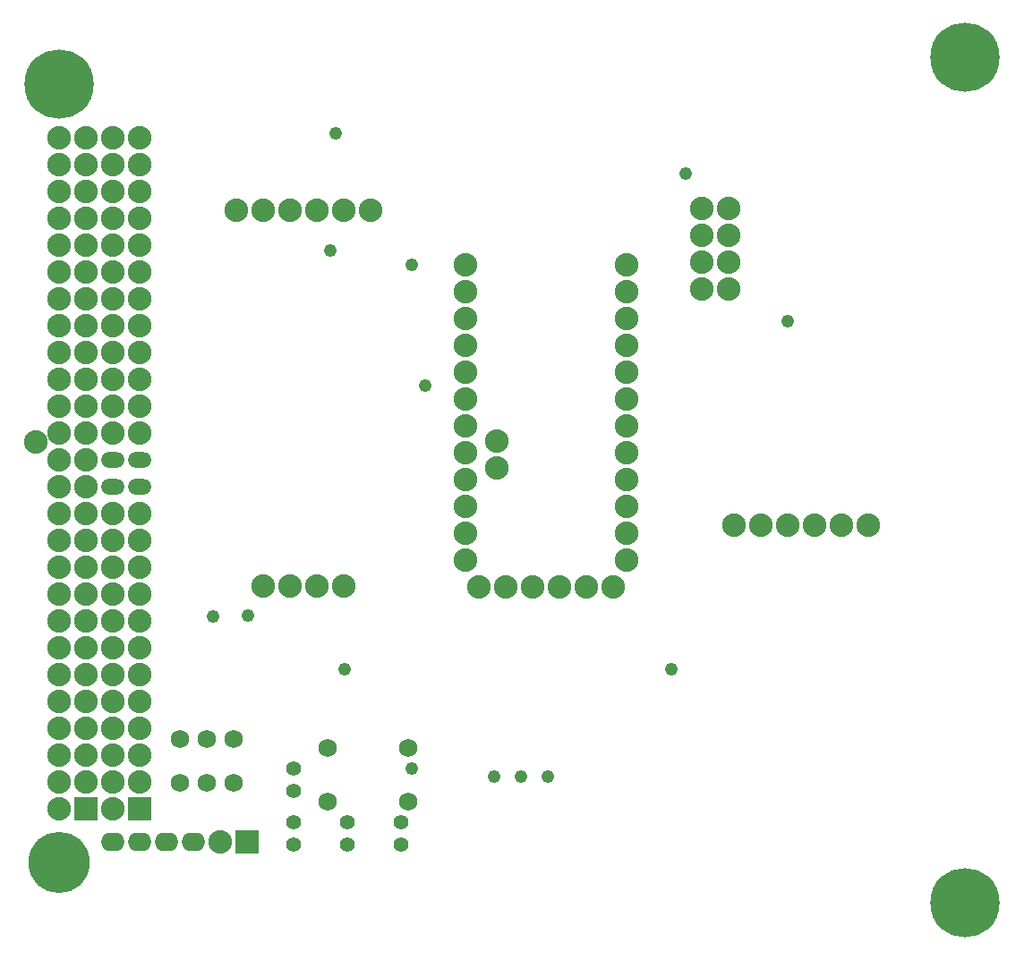
<source format=gbs>
G04 Layer_Color=16711935*
%FSLAX25Y25*%
%MOIN*%
G70*
G01*
G75*
%ADD30C,0.06800*%
%ADD31C,0.05524*%
%ADD32O,0.08800X0.06800*%
%ADD33C,0.08800*%
%ADD34R,0.08800X0.08800*%
%ADD35R,0.08800X0.08800*%
%ADD36O,0.08800X0.05800*%
%ADD37C,0.04800*%
%ADD38C,0.25800*%
%ADD39C,0.22800*%
D30*
X-312500Y81000D02*
D03*
X-302500D02*
D03*
X-292500D02*
D03*
X-227500Y77500D02*
D03*
Y57500D02*
D03*
X-257500Y77500D02*
D03*
Y57500D02*
D03*
X-292500Y64700D02*
D03*
X-302500D02*
D03*
X-312500D02*
D03*
D31*
X-270000Y70000D02*
D03*
Y61732D02*
D03*
X-250000Y50000D02*
D03*
Y41732D02*
D03*
X-270000Y50000D02*
D03*
Y41732D02*
D03*
X-230000D02*
D03*
Y50000D02*
D03*
D32*
X-307500Y42500D02*
D03*
X-317500D02*
D03*
X-327500D02*
D03*
X-337500D02*
D03*
D33*
X-297500D02*
D03*
X-337500Y55000D02*
D03*
X-327500Y65000D02*
D03*
X-337500D02*
D03*
X-327500Y75000D02*
D03*
X-337500D02*
D03*
X-327500Y85000D02*
D03*
X-337500D02*
D03*
X-327500Y95000D02*
D03*
X-337500D02*
D03*
X-327500Y105000D02*
D03*
X-337500D02*
D03*
X-327500Y115000D02*
D03*
X-337500D02*
D03*
X-327500Y125000D02*
D03*
X-337500D02*
D03*
X-327500Y135000D02*
D03*
X-337500D02*
D03*
X-327500Y145000D02*
D03*
X-337500D02*
D03*
X-327500Y155000D02*
D03*
X-337500D02*
D03*
X-327500Y165000D02*
D03*
X-337500D02*
D03*
X-327500Y195000D02*
D03*
X-337500D02*
D03*
X-327500Y205000D02*
D03*
X-337500D02*
D03*
X-327500Y215000D02*
D03*
X-337500D02*
D03*
X-327500Y225000D02*
D03*
X-337500D02*
D03*
X-327500Y235000D02*
D03*
X-337500D02*
D03*
X-327500Y245000D02*
D03*
X-337500D02*
D03*
X-327500Y255000D02*
D03*
X-337500D02*
D03*
X-327500Y265000D02*
D03*
X-337500D02*
D03*
X-327500Y275000D02*
D03*
X-337500D02*
D03*
X-327500Y285000D02*
D03*
X-337500D02*
D03*
X-327500Y295000D02*
D03*
X-337500D02*
D03*
Y305000D02*
D03*
X-327500D02*
D03*
X-357500Y55000D02*
D03*
X-347500Y65000D02*
D03*
X-357500D02*
D03*
X-347500Y75000D02*
D03*
X-357500D02*
D03*
X-347500Y85000D02*
D03*
X-357500D02*
D03*
X-347500Y95000D02*
D03*
X-357500D02*
D03*
X-347500Y105000D02*
D03*
X-357500D02*
D03*
X-347500Y115000D02*
D03*
X-357500D02*
D03*
X-347500Y125000D02*
D03*
X-357500D02*
D03*
X-347500Y135000D02*
D03*
X-357500D02*
D03*
X-347500Y145000D02*
D03*
X-357500D02*
D03*
X-347500Y155000D02*
D03*
X-357500D02*
D03*
X-347500Y165000D02*
D03*
X-357500D02*
D03*
X-347500Y175000D02*
D03*
X-357500D02*
D03*
X-347500Y185000D02*
D03*
X-357500D02*
D03*
X-347500Y195000D02*
D03*
X-357500D02*
D03*
X-347500Y205000D02*
D03*
X-357500D02*
D03*
X-347500Y215000D02*
D03*
X-357500D02*
D03*
X-347500Y225000D02*
D03*
X-357500D02*
D03*
X-347500Y235000D02*
D03*
X-357500D02*
D03*
X-347500Y245000D02*
D03*
X-357500D02*
D03*
X-347500Y255000D02*
D03*
X-357500D02*
D03*
X-347500Y265000D02*
D03*
X-357500D02*
D03*
X-347500Y275000D02*
D03*
X-357500D02*
D03*
X-347500Y285000D02*
D03*
X-357500D02*
D03*
X-347500Y295000D02*
D03*
X-357500D02*
D03*
Y305000D02*
D03*
X-347500D02*
D03*
X-291500Y278000D02*
D03*
X-281500D02*
D03*
X-271500D02*
D03*
X-261500D02*
D03*
X-251500D02*
D03*
X-241500D02*
D03*
X-271500Y138000D02*
D03*
X-261500D02*
D03*
X-251500D02*
D03*
X-281500D02*
D03*
X-146000Y147500D02*
D03*
Y157500D02*
D03*
Y167500D02*
D03*
Y177500D02*
D03*
Y187500D02*
D03*
Y197500D02*
D03*
Y207500D02*
D03*
Y217500D02*
D03*
Y227500D02*
D03*
Y237500D02*
D03*
Y247500D02*
D03*
Y257500D02*
D03*
X-206000Y147500D02*
D03*
Y157500D02*
D03*
Y167500D02*
D03*
Y177500D02*
D03*
Y187500D02*
D03*
Y197500D02*
D03*
Y207500D02*
D03*
Y217500D02*
D03*
Y227500D02*
D03*
Y237500D02*
D03*
Y247500D02*
D03*
Y257500D02*
D03*
X-194500Y182000D02*
D03*
Y192000D02*
D03*
X-151000Y137500D02*
D03*
X-161000D02*
D03*
X-171000D02*
D03*
X-181000D02*
D03*
X-191000D02*
D03*
X-201000D02*
D03*
X-118000Y278500D02*
D03*
Y268500D02*
D03*
Y258500D02*
D03*
Y248500D02*
D03*
X-108000D02*
D03*
Y258500D02*
D03*
Y268500D02*
D03*
Y278500D02*
D03*
X-56000Y160500D02*
D03*
X-66000D02*
D03*
X-76000D02*
D03*
X-86000D02*
D03*
X-96000D02*
D03*
X-106000D02*
D03*
X-366000Y191500D02*
D03*
D34*
X-287500Y42500D02*
D03*
D35*
X-327500Y55000D02*
D03*
X-347500D02*
D03*
D36*
X-327500Y175000D02*
D03*
X-337500D02*
D03*
X-327500Y185000D02*
D03*
X-337500D02*
D03*
D37*
X-287000Y127000D02*
D03*
X-300000Y126500D02*
D03*
X-124000Y291500D02*
D03*
X-129500Y107000D02*
D03*
X-251000D02*
D03*
X-350000Y31000D02*
D03*
X-365000D02*
D03*
X-357500Y43500D02*
D03*
X-350000Y39000D02*
D03*
X-357500Y26500D02*
D03*
X-365000Y39000D02*
D03*
X-349500Y320000D02*
D03*
Y330000D02*
D03*
X-365500Y320000D02*
D03*
Y330000D02*
D03*
X-357500Y315500D02*
D03*
Y334500D02*
D03*
X-12000Y330000D02*
D03*
Y340000D02*
D03*
X-28000Y330000D02*
D03*
Y340000D02*
D03*
X-20000Y325500D02*
D03*
Y344500D02*
D03*
X-12000Y15000D02*
D03*
Y25000D02*
D03*
X-28000Y15000D02*
D03*
Y25000D02*
D03*
X-20000Y10500D02*
D03*
Y29500D02*
D03*
X-254500Y306500D02*
D03*
X-86000Y236500D02*
D03*
X-226000Y257500D02*
D03*
X-221000Y212500D02*
D03*
X-226000Y70000D02*
D03*
X-195500Y67000D02*
D03*
X-185500D02*
D03*
X-175500D02*
D03*
X-256500Y263000D02*
D03*
D38*
X-357500Y325000D02*
D03*
X-20000Y20000D02*
D03*
Y335000D02*
D03*
D39*
X-357500Y35000D02*
D03*
M02*

</source>
